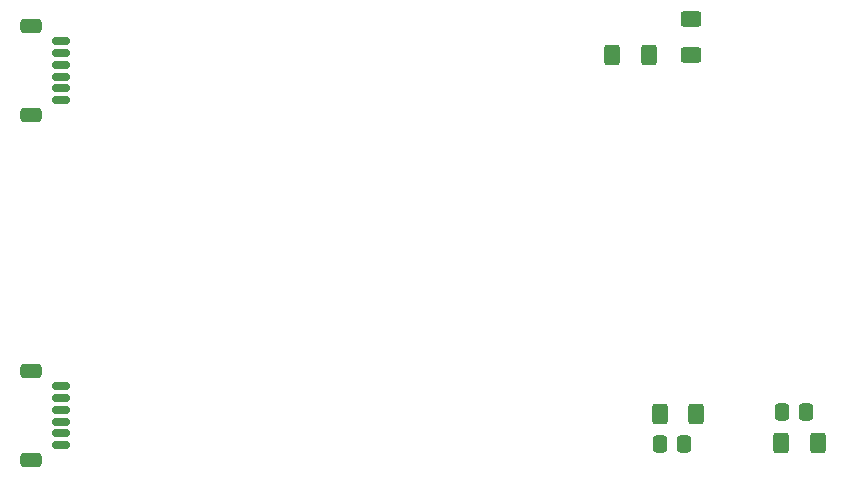
<source format=gbr>
G04 #@! TF.GenerationSoftware,KiCad,Pcbnew,9.0.1-9.0.1-0~ubuntu24.04.1*
G04 #@! TF.CreationDate,2025-04-23T21:02:07-05:00*
G04 #@! TF.ProjectId,cerebellum,63657265-6265-46c6-9c75-6d2e6b696361,rev?*
G04 #@! TF.SameCoordinates,Original*
G04 #@! TF.FileFunction,Paste,Top*
G04 #@! TF.FilePolarity,Positive*
%FSLAX46Y46*%
G04 Gerber Fmt 4.6, Leading zero omitted, Abs format (unit mm)*
G04 Created by KiCad (PCBNEW 9.0.1-9.0.1-0~ubuntu24.04.1) date 2025-04-23 21:02:07*
%MOMM*%
%LPD*%
G01*
G04 APERTURE LIST*
G04 Aperture macros list*
%AMRoundRect*
0 Rectangle with rounded corners*
0 $1 Rounding radius*
0 $2 $3 $4 $5 $6 $7 $8 $9 X,Y pos of 4 corners*
0 Add a 4 corners polygon primitive as box body*
4,1,4,$2,$3,$4,$5,$6,$7,$8,$9,$2,$3,0*
0 Add four circle primitives for the rounded corners*
1,1,$1+$1,$2,$3*
1,1,$1+$1,$4,$5*
1,1,$1+$1,$6,$7*
1,1,$1+$1,$8,$9*
0 Add four rect primitives between the rounded corners*
20,1,$1+$1,$2,$3,$4,$5,0*
20,1,$1+$1,$4,$5,$6,$7,0*
20,1,$1+$1,$6,$7,$8,$9,0*
20,1,$1+$1,$8,$9,$2,$3,0*%
G04 Aperture macros list end*
%ADD10RoundRect,0.250000X0.400000X0.625000X-0.400000X0.625000X-0.400000X-0.625000X0.400000X-0.625000X0*%
%ADD11RoundRect,0.250000X0.625000X-0.400000X0.625000X0.400000X-0.625000X0.400000X-0.625000X-0.400000X0*%
%ADD12RoundRect,0.250000X-0.400000X-0.625000X0.400000X-0.625000X0.400000X0.625000X-0.400000X0.625000X0*%
%ADD13RoundRect,0.250000X-0.337500X-0.475000X0.337500X-0.475000X0.337500X0.475000X-0.337500X0.475000X0*%
%ADD14RoundRect,0.250000X0.337500X0.475000X-0.337500X0.475000X-0.337500X-0.475000X0.337500X-0.475000X0*%
%ADD15RoundRect,0.150000X0.625000X-0.150000X0.625000X0.150000X-0.625000X0.150000X-0.625000X-0.150000X0*%
%ADD16RoundRect,0.250000X0.650000X-0.350000X0.650000X0.350000X-0.650000X0.350000X-0.650000X-0.350000X0*%
G04 APERTURE END LIST*
D10*
X140000000Y-88400000D03*
X136900000Y-88400000D03*
D11*
X129210000Y-55550000D03*
X129210000Y-52450000D03*
D12*
X126600000Y-85900000D03*
X129700000Y-85900000D03*
D13*
X126612500Y-88500000D03*
X128687500Y-88500000D03*
D14*
X139000000Y-85800000D03*
X136925000Y-85800000D03*
D15*
X75870000Y-59360000D03*
X75870000Y-58360000D03*
X75870000Y-57360000D03*
X75870000Y-56360000D03*
X75870000Y-55360000D03*
X75870000Y-54360000D03*
D16*
X73345000Y-60660000D03*
X73345000Y-53060000D03*
D10*
X125680000Y-55550000D03*
X122580000Y-55550000D03*
D15*
X75870000Y-88570000D03*
X75870000Y-87570000D03*
X75870000Y-86570000D03*
X75870000Y-85570000D03*
X75870000Y-84570000D03*
X75870000Y-83570000D03*
D16*
X73345000Y-89870000D03*
X73345000Y-82270000D03*
M02*

</source>
